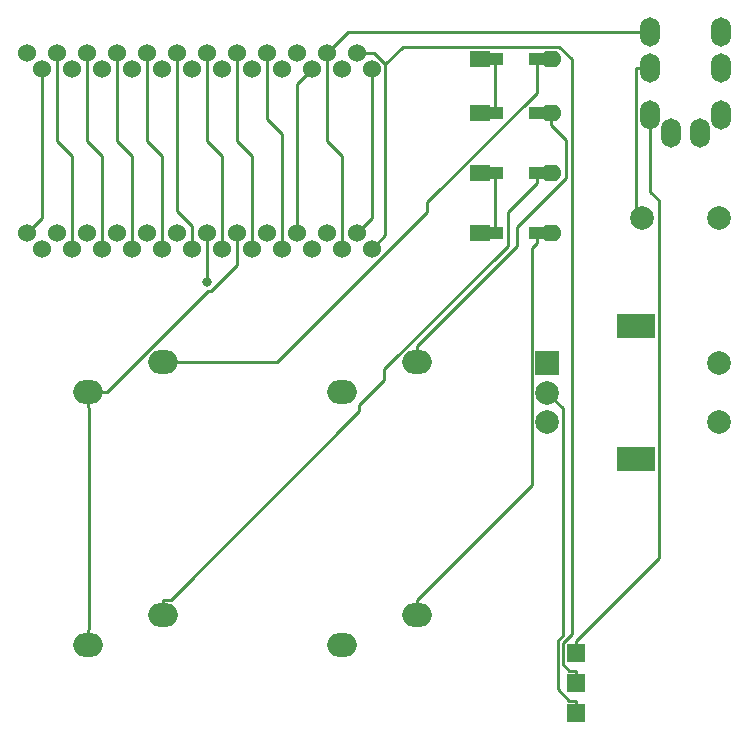
<source format=gtl>
G04 #@! TF.GenerationSoftware,KiCad,Pcbnew,5.1.5+dfsg1-2build2*
G04 #@! TF.CreationDate,2021-09-26T21:55:54+09:00*
G04 #@! TF.ProjectId,kbtest,6b627465-7374-42e6-9b69-6361645f7063,rev?*
G04 #@! TF.SameCoordinates,Original*
G04 #@! TF.FileFunction,Copper,L1,Top*
G04 #@! TF.FilePolarity,Positive*
%FSLAX46Y46*%
G04 Gerber Fmt 4.6, Leading zero omitted, Abs format (unit mm)*
G04 Created by KiCad (PCBNEW 5.1.5+dfsg1-2build2) date 2021-09-26 21:55:54*
%MOMM*%
%LPD*%
G04 APERTURE LIST*
%ADD10R,1.778000X1.397000*%
%ADD11O,1.778000X1.397000*%
%ADD12R,1.400000X1.000000*%
%ADD13O,1.700000X2.500000*%
%ADD14R,1.524000X1.524000*%
%ADD15O,2.500000X2.000000*%
%ADD16C,2.000000*%
%ADD17R,3.200000X2.000000*%
%ADD18R,2.000000X2.000000*%
%ADD19C,1.524000*%
%ADD20C,0.800000*%
%ADD21C,0.250000*%
G04 APERTURE END LIST*
D10*
X70660000Y-44908500D03*
D11*
X76660000Y-44908500D03*
D12*
X71885000Y-44908500D03*
X75435000Y-44908500D03*
X75435000Y-54610000D03*
X71885000Y-54610000D03*
D11*
X76660000Y-54610000D03*
D10*
X70660000Y-54610000D03*
X70660000Y-49530000D03*
D11*
X76660000Y-49530000D03*
D12*
X71885000Y-49530000D03*
X75435000Y-49530000D03*
X75435000Y-59690000D03*
X71885000Y-59690000D03*
D11*
X76660000Y-59690000D03*
D10*
X70660000Y-59690000D03*
D13*
X85050000Y-49670000D03*
X89250000Y-51170000D03*
X85050000Y-42670000D03*
X85050000Y-45670000D03*
X91000000Y-42670000D03*
X91000000Y-45670000D03*
X91000000Y-49670000D03*
X86800000Y-51170000D03*
D14*
X78740000Y-100330000D03*
X78740000Y-97790000D03*
X78740000Y-95250000D03*
D15*
X37460000Y-73100000D03*
X43810000Y-70560000D03*
X43810000Y-92030000D03*
X37460000Y-94570000D03*
X58930000Y-73100000D03*
X65280000Y-70560000D03*
X65280000Y-92030000D03*
X58930000Y-94570000D03*
D16*
X90880000Y-58420000D03*
X84380000Y-58420000D03*
X90820000Y-75665000D03*
X90820000Y-70665000D03*
D17*
X83820000Y-78765000D03*
X83820000Y-67565000D03*
D16*
X76320000Y-75665000D03*
X76320000Y-73165000D03*
D18*
X76320000Y-70665000D03*
D19*
X61468000Y-45776400D03*
X58928000Y-45776400D03*
X56388000Y-45776400D03*
X53848000Y-45776400D03*
X51308000Y-45776400D03*
X48768000Y-45776400D03*
X46228000Y-45776400D03*
X43688000Y-45776400D03*
X41148000Y-45776400D03*
X38608000Y-45776400D03*
X36068000Y-45776400D03*
X33528000Y-45776400D03*
X33528000Y-60996400D03*
X36068000Y-60996400D03*
X38608000Y-60996400D03*
X41148000Y-60996400D03*
X43688000Y-60996400D03*
X46228000Y-60996400D03*
X48768000Y-60996400D03*
X51308000Y-60996400D03*
X53848000Y-60996400D03*
X56388000Y-60996400D03*
X58928000Y-60996400D03*
X61468000Y-60996400D03*
X60198000Y-44450000D03*
X57658000Y-44450000D03*
X55118000Y-44450000D03*
X52578000Y-44450000D03*
X50038000Y-44450000D03*
X47498000Y-44450000D03*
X44958000Y-44450000D03*
X42418000Y-44450000D03*
X39878000Y-44450000D03*
X37338000Y-44450000D03*
X34798000Y-44450000D03*
X32258000Y-44450000D03*
X32258000Y-59690000D03*
X34798000Y-59690000D03*
X37338000Y-59690000D03*
X39878000Y-59690000D03*
X42418000Y-59690000D03*
X44958000Y-59690000D03*
X47498000Y-59690000D03*
X50038000Y-59690000D03*
X52578000Y-59690000D03*
X55118000Y-59690000D03*
X57658000Y-59690000D03*
X60198000Y-59690000D03*
D20*
X47498000Y-63800200D03*
D21*
X71885000Y-49530000D02*
X71874300Y-49530000D01*
X71885000Y-49530000D02*
X71885000Y-44908500D01*
X70660000Y-49530000D02*
X71874300Y-49530000D01*
X44958000Y-44450000D02*
X44958000Y-57786900D01*
X44958000Y-57786900D02*
X46228000Y-59056900D01*
X46228000Y-59056900D02*
X46228000Y-60996400D01*
X71885000Y-44908500D02*
X71874300Y-44908500D01*
X70660000Y-44908500D02*
X71874300Y-44908500D01*
X43810000Y-70560000D02*
X53453200Y-70560000D01*
X53453200Y-70560000D02*
X66162400Y-57850800D01*
X66162400Y-57850800D02*
X66162400Y-57042300D01*
X66162400Y-57042300D02*
X75435000Y-47769700D01*
X75435000Y-47769700D02*
X75435000Y-44908500D01*
X75435000Y-44908500D02*
X76660000Y-44908500D01*
X76660000Y-54610000D02*
X75445700Y-54610000D01*
X75435000Y-55022600D02*
X75445700Y-55011900D01*
X75445700Y-55011900D02*
X75445700Y-54610000D01*
X75435000Y-55022600D02*
X75435000Y-55435300D01*
X75435000Y-54610000D02*
X75435000Y-55022600D01*
X43810000Y-92030000D02*
X43810000Y-90704700D01*
X43810000Y-90704700D02*
X44428600Y-90704700D01*
X44428600Y-90704700D02*
X60370000Y-74763300D01*
X60370000Y-74763300D02*
X60370000Y-74213600D01*
X60370000Y-74213600D02*
X62498600Y-72085000D01*
X62498600Y-72085000D02*
X62498600Y-71199900D01*
X62498600Y-71199900D02*
X72961500Y-60737000D01*
X72961500Y-60737000D02*
X72961500Y-57908800D01*
X72961500Y-57908800D02*
X75435000Y-55435300D01*
X71874300Y-59690000D02*
X71885000Y-59690000D01*
X71885000Y-59690000D02*
X71885000Y-54610000D01*
X70660000Y-59690000D02*
X71874300Y-59690000D01*
X70660000Y-54610000D02*
X71885000Y-54610000D01*
X42418000Y-44450000D02*
X42418000Y-51891900D01*
X42418000Y-51891900D02*
X43688000Y-53161900D01*
X43688000Y-53161900D02*
X43688000Y-60996400D01*
X75435000Y-49530000D02*
X76460300Y-49530000D01*
X76660000Y-50041900D02*
X76460300Y-49842200D01*
X76460300Y-49842200D02*
X76460300Y-49530000D01*
X76660000Y-50041900D02*
X76660000Y-50553800D01*
X76660000Y-49530000D02*
X76660000Y-50041900D01*
X65280000Y-70560000D02*
X65280000Y-69234700D01*
X65280000Y-69234700D02*
X73781600Y-60733100D01*
X73781600Y-60733100D02*
X73781600Y-59161000D01*
X73781600Y-59161000D02*
X77924000Y-55018600D01*
X77924000Y-55018600D02*
X77924000Y-51817800D01*
X77924000Y-51817800D02*
X76660000Y-50553800D01*
X76660000Y-59690000D02*
X75445700Y-59690000D01*
X75435000Y-60102600D02*
X75445700Y-60091900D01*
X75445700Y-60091900D02*
X75445700Y-59690000D01*
X75435000Y-60102600D02*
X75435000Y-60515300D01*
X75435000Y-59690000D02*
X75435000Y-60102600D01*
X65280000Y-92030000D02*
X65280000Y-90704700D01*
X65280000Y-90704700D02*
X74994600Y-80990100D01*
X74994600Y-80990100D02*
X74994600Y-60955700D01*
X74994600Y-60955700D02*
X75435000Y-60515300D01*
X78740000Y-95250000D02*
X78740000Y-94162700D01*
X85050000Y-49670000D02*
X85050000Y-56177000D01*
X85050000Y-56177000D02*
X85747100Y-56874100D01*
X85747100Y-56874100D02*
X85747100Y-87155600D01*
X85747100Y-87155600D02*
X78740000Y-94162700D01*
X57658000Y-44450000D02*
X59438000Y-42670000D01*
X59438000Y-42670000D02*
X85050000Y-42670000D01*
X57658000Y-44450000D02*
X57658000Y-51891900D01*
X57658000Y-51891900D02*
X58928000Y-53161900D01*
X58928000Y-53161900D02*
X58928000Y-60996400D01*
X76320000Y-73165000D02*
X77652700Y-74497700D01*
X77652700Y-74497700D02*
X77652700Y-93716300D01*
X77652700Y-93716300D02*
X77202400Y-94166600D01*
X77202400Y-94166600D02*
X77202400Y-98263700D01*
X77202400Y-98263700D02*
X78181400Y-99242700D01*
X78181400Y-99242700D02*
X78740000Y-99242700D01*
X78740000Y-100330000D02*
X78740000Y-99242700D01*
X85050000Y-45670000D02*
X83874700Y-45670000D01*
X84380000Y-58420000D02*
X83874700Y-57914700D01*
X83874700Y-57914700D02*
X83874700Y-45670000D01*
X53848000Y-60996400D02*
X53848000Y-51274400D01*
X53848000Y-51274400D02*
X52578000Y-50004400D01*
X52578000Y-50004400D02*
X52578000Y-44450000D01*
X78740000Y-97790000D02*
X78740000Y-96702700D01*
X62596100Y-45365500D02*
X62596100Y-59868300D01*
X62596100Y-59868300D02*
X61468000Y-60996400D01*
X60198000Y-44450000D02*
X61680600Y-44450000D01*
X61680600Y-44450000D02*
X62596100Y-45365500D01*
X78740000Y-96702700D02*
X78196300Y-96702700D01*
X78196300Y-96702700D02*
X77652700Y-96159100D01*
X77652700Y-96159100D02*
X77652700Y-94353200D01*
X77652700Y-94353200D02*
X78376700Y-93629200D01*
X78376700Y-93629200D02*
X78376700Y-44922100D01*
X78376700Y-44922100D02*
X77339200Y-43884600D01*
X77339200Y-43884600D02*
X64077000Y-43884600D01*
X64077000Y-43884600D02*
X62596100Y-45365500D01*
X39035300Y-73100000D02*
X47562800Y-64572500D01*
X47562800Y-64572500D02*
X47818900Y-64572500D01*
X47818900Y-64572500D02*
X50038000Y-62353400D01*
X50038000Y-62353400D02*
X50038000Y-59690000D01*
X37460000Y-73100000D02*
X39035300Y-73100000D01*
X37460000Y-73762600D02*
X37460000Y-73100000D01*
X37460000Y-73762600D02*
X37460000Y-74425300D01*
X37460000Y-94570000D02*
X37460000Y-93244700D01*
X37460000Y-93244700D02*
X37525900Y-93178800D01*
X37525900Y-93178800D02*
X37525900Y-74491200D01*
X37525900Y-74491200D02*
X37460000Y-74425300D01*
X47498000Y-59690000D02*
X47498000Y-63800200D01*
X55118000Y-59690000D02*
X55118000Y-47046400D01*
X55118000Y-47046400D02*
X56388000Y-45776400D01*
X32258000Y-59690000D02*
X33528000Y-58420000D01*
X33528000Y-58420000D02*
X33528000Y-45776400D01*
X60198000Y-59690000D02*
X61468000Y-58420000D01*
X61468000Y-58420000D02*
X61468000Y-45776400D01*
X34798000Y-44450000D02*
X34798000Y-51891900D01*
X34798000Y-51891900D02*
X36068000Y-53161900D01*
X36068000Y-53161900D02*
X36068000Y-60996400D01*
X37338000Y-44450000D02*
X37338000Y-51891900D01*
X37338000Y-51891900D02*
X38608000Y-53161900D01*
X38608000Y-53161900D02*
X38608000Y-60996400D01*
X39878000Y-44450000D02*
X39878000Y-51891900D01*
X39878000Y-51891900D02*
X41148000Y-53161900D01*
X41148000Y-53161900D02*
X41148000Y-60996400D01*
X47498000Y-44450000D02*
X47498000Y-51891900D01*
X47498000Y-51891900D02*
X48768000Y-53161900D01*
X48768000Y-53161900D02*
X48768000Y-60996400D01*
X50038000Y-44450000D02*
X50038000Y-51891900D01*
X50038000Y-51891900D02*
X51308000Y-53161900D01*
X51308000Y-53161900D02*
X51308000Y-60996400D01*
M02*

</source>
